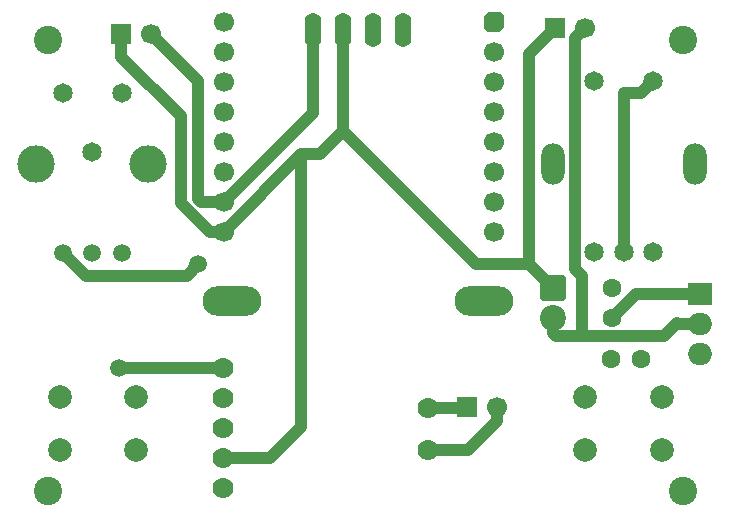
<source format=gbr>
%TF.GenerationSoftware,KiCad,Pcbnew,9.0.2*%
%TF.CreationDate,2025-05-20T12:48:23-07:00*%
%TF.ProjectId,40Hz_S2,3430487a-5f53-4322-9e6b-696361645f70,rev?*%
%TF.SameCoordinates,Original*%
%TF.FileFunction,Copper,L2,Bot*%
%TF.FilePolarity,Positive*%
%FSLAX46Y46*%
G04 Gerber Fmt 4.6, Leading zero omitted, Abs format (unit mm)*
G04 Created by KiCad (PCBNEW 9.0.2) date 2025-05-20 12:48:23*
%MOMM*%
%LPD*%
G01*
G04 APERTURE LIST*
G04 Aperture macros list*
%AMRoundRect*
0 Rectangle with rounded corners*
0 $1 Rounding radius*
0 $2 $3 $4 $5 $6 $7 $8 $9 X,Y pos of 4 corners*
0 Add a 4 corners polygon primitive as box body*
4,1,4,$2,$3,$4,$5,$6,$7,$8,$9,$2,$3,0*
0 Add four circle primitives for the rounded corners*
1,1,$1+$1,$2,$3*
1,1,$1+$1,$4,$5*
1,1,$1+$1,$6,$7*
1,1,$1+$1,$8,$9*
0 Add four rect primitives between the rounded corners*
20,1,$1+$1,$2,$3,$4,$5,0*
20,1,$1+$1,$4,$5,$6,$7,0*
20,1,$1+$1,$6,$7,$8,$9,0*
20,1,$1+$1,$8,$9,$2,$3,0*%
%AMFreePoly0*
4,1,19,-0.850000,0.255000,-0.829726,0.408997,-0.770285,0.552500,-0.675729,0.675729,-0.552500,0.770285,-0.408997,0.829726,-0.255000,0.850000,0.510000,0.850000,0.850000,0.510000,0.850000,-0.255000,0.829726,-0.408997,0.770285,-0.552500,0.675729,-0.675729,0.552500,-0.770285,0.408997,-0.829726,0.255000,-0.850000,-0.510000,-0.850000,-0.850000,-0.510000,-0.850000,0.255000,-0.850000,0.255000,
$1*%
G04 Aperture macros list end*
%TA.AperFunction,WasherPad*%
%ADD10RoundRect,1.250000X-1.250000X-0.000010X1.250000X-0.000010X1.250000X0.000010X-1.250000X0.000010X0*%
%TD*%
%TA.AperFunction,ComponentPad*%
%ADD11RoundRect,0.700000X-0.000010X-0.750000X0.000010X-0.750000X0.000010X0.750000X-0.000010X0.750000X0*%
%TD*%
%TA.AperFunction,ComponentPad*%
%ADD12C,2.000000*%
%TD*%
%TA.AperFunction,ComponentPad*%
%ADD13C,1.600000*%
%TD*%
%TA.AperFunction,ComponentPad*%
%ADD14C,1.778000*%
%TD*%
%TA.AperFunction,ComponentPad*%
%ADD15C,1.500000*%
%TD*%
%TA.AperFunction,ComponentPad*%
%ADD16C,3.164000*%
%TD*%
%TA.AperFunction,ComponentPad*%
%ADD17C,1.650000*%
%TD*%
%TA.AperFunction,ComponentPad*%
%ADD18RoundRect,1.000000X-0.000010X-0.750000X0.000010X-0.750000X0.000010X0.750000X-0.000010X0.750000X0*%
%TD*%
%TA.AperFunction,ComponentPad*%
%ADD19RoundRect,0.249999X-0.850001X0.850001X-0.850001X-0.850001X0.850001X-0.850001X0.850001X0.850001X0*%
%TD*%
%TA.AperFunction,ComponentPad*%
%ADD20C,2.200000*%
%TD*%
%TA.AperFunction,ComponentPad*%
%ADD21R,1.700000X1.700000*%
%TD*%
%TA.AperFunction,ComponentPad*%
%ADD22C,1.700000*%
%TD*%
%TA.AperFunction,ComponentPad*%
%ADD23FreePoly0,180.000000*%
%TD*%
%TA.AperFunction,ComponentPad*%
%ADD24R,2.000000X1.905000*%
%TD*%
%TA.AperFunction,ComponentPad*%
%ADD25O,2.000000X1.905000*%
%TD*%
%TA.AperFunction,ViaPad*%
%ADD26C,2.400000*%
%TD*%
%TA.AperFunction,ViaPad*%
%ADD27C,1.500000*%
%TD*%
%TA.AperFunction,Conductor*%
%ADD28C,1.000000*%
%TD*%
G04 APERTURE END LIST*
D10*
%TO.P,OLED_I2C1,*%
%TO.N,*%
X77800000Y-72600000D03*
X99200000Y-72600000D03*
D11*
%TO.P,OLED_I2C1,GND,GND*%
%TO.N,GND*%
X84690000Y-49670000D03*
%TO.P,OLED_I2C1,SCL,SCL*%
%TO.N,SCL*%
X89770000Y-49670000D03*
%TO.P,OLED_I2C1,SDA,SDA*%
%TO.N,SDA*%
X92310000Y-49670000D03*
%TO.P,OLED_I2C1,Vcc,Vcc*%
%TO.N,5V*%
X87230000Y-49670000D03*
%TD*%
D12*
%TO.P,start/stop1,1,1*%
%TO.N,Btn1*%
X107750000Y-80750000D03*
X114250000Y-80750000D03*
%TO.P,start/stop1,2,2*%
%TO.N,GND*%
X107750000Y-85250000D03*
X114250000Y-85250000D03*
%TD*%
D13*
%TO.P,R2,1*%
%TO.N,Net-(Q1-G)*%
X110000000Y-74045000D03*
%TO.P,R2,2*%
%TO.N,LED*%
X110000000Y-71505000D03*
%TD*%
D12*
%TO.P,other1,1,1*%
%TO.N,Btn3*%
X63250000Y-80750000D03*
X69750000Y-80750000D03*
%TO.P,other1,2,2*%
%TO.N,GND*%
X63250000Y-85250000D03*
X69750000Y-85250000D03*
%TD*%
D14*
%TO.P,Amp_1,1,A+*%
%TO.N,Net-(Amp_1-A+)*%
X77048000Y-78300000D03*
%TO.P,Amp_1,2,A-*%
%TO.N,GND*%
X77048000Y-80840000D03*
%TO.P,Amp_1,3,SD*%
%TO.N,SD*%
X77048000Y-83380000D03*
%TO.P,Amp_1,4,Vin*%
%TO.N,5V*%
X77048000Y-85920000D03*
%TO.P,Amp_1,5,GND*%
%TO.N,GND*%
X77048000Y-88460000D03*
%TO.P,Amp_1,6,SPK-*%
%TO.N,Net-(Amp_1-SPK-)*%
X94447000Y-81707000D03*
%TO.P,Amp_1,7,SPK+*%
%TO.N,Net-(Amp_1-SPK+)*%
X94447000Y-85207000D03*
%TD*%
D15*
%TO.P,VR1,1,1*%
%TO.N,GND*%
X63500000Y-68525000D03*
%TO.P,VR1,2,2*%
%TO.N,Net-(Amp_1-A+)*%
X66000000Y-68525000D03*
%TO.P,VR1,3,3*%
%TO.N,Net-(RV1-Pad2)*%
X68500000Y-68525000D03*
D16*
%TO.P,VR1,MH1*%
%TO.N,N/C*%
X61250000Y-61025000D03*
%TO.P,VR1,MH2*%
X70750000Y-61025000D03*
%TD*%
D13*
%TO.P,R3,1*%
%TO.N,Net-(Q1-G)*%
X109960000Y-77500000D03*
%TO.P,R3,2*%
%TO.N,GND*%
X112500000Y-77500000D03*
%TD*%
D17*
%TO.P,EN1,1,1*%
%TO.N,Btn2*%
X108500000Y-54000000D03*
%TO.P,EN1,2,2*%
%TO.N,GND*%
X113500000Y-54000000D03*
%TO.P,EN1,A1,A*%
%TO.N,Enc_A*%
X108500000Y-68500000D03*
%TO.P,EN1,B1,B*%
%TO.N,Enc_B*%
X113500000Y-68500000D03*
%TO.P,EN1,GND,GND*%
%TO.N,GND*%
X111000000Y-68500000D03*
D18*
%TO.P,EN1,MH1,MH1*%
%TO.N,unconnected-(EN1-PadMH1)*%
X105000000Y-61000000D03*
%TO.P,EN1,MH2,MH2*%
%TO.N,unconnected-(EN1-PadMH2)*%
X117000000Y-61000000D03*
%TD*%
D19*
%TO.P,D1,1,K*%
%TO.N,5V*%
X105000000Y-71500000D03*
D20*
%TO.P,D1,2,A*%
%TO.N,Net-(D1-A)*%
X105000000Y-74040000D03*
%TD*%
D17*
%TO.P,RV1,1,1*%
%TO.N,unconnected-(RV1-Pad1)*%
X63500000Y-55000000D03*
%TO.P,RV1,2,2*%
%TO.N,Net-(RV1-Pad2)*%
X66000000Y-60000000D03*
%TO.P,RV1,3,3*%
%TO.N,Audio*%
X68500000Y-55000000D03*
%TD*%
D21*
%TO.P,J2,1,Pin_1*%
%TO.N,Net-(Amp_1-SPK-)*%
X97699438Y-81620306D03*
D22*
%TO.P,J2,2,Pin_2*%
%TO.N,Net-(Amp_1-SPK+)*%
X100239438Y-81620306D03*
%TD*%
D23*
%TO.P,U1,1,EN*%
%TO.N,unconnected-(U1-EN-Pad1)*%
X100000000Y-49000000D03*
D22*
%TO.P,U1,2,IO3*%
%TO.N,SDA*%
X100000000Y-51540000D03*
%TO.P,U1,3,IO5*%
%TO.N,SCL*%
X100000000Y-54080000D03*
%TO.P,U1,4,IO7*%
%TO.N,Btn2*%
X100000000Y-56620000D03*
%TO.P,U1,5,IO9*%
%TO.N,Enc_B*%
X100000000Y-59160000D03*
%TO.P,U1,6,IO11*%
%TO.N,Enc_A*%
X100000000Y-61700000D03*
%TO.P,U1,7,IO12*%
%TO.N,LED*%
X100000000Y-64240000D03*
%TO.P,U1,8,3V3*%
%TO.N,unconnected-(U1-3V3-Pad8)*%
X100000000Y-66780000D03*
%TO.P,U1,9,VBUS*%
%TO.N,5V*%
X77140000Y-66780000D03*
%TO.P,U1,10,GND*%
%TO.N,GND*%
X77140000Y-64240000D03*
%TO.P,U1,11,IO16*%
%TO.N,Btn3*%
X77140000Y-61700000D03*
%TO.P,U1,12,IO18*%
%TO.N,Audio*%
X77140000Y-59160000D03*
%TO.P,U1,13,IO33*%
%TO.N,SD*%
X77140000Y-56620000D03*
%TO.P,U1,14,IO35*%
%TO.N,Btn1*%
X77140000Y-54080000D03*
%TO.P,U1,15,IO37*%
%TO.N,unconnected-(U1-IO37-Pad15)*%
X77140000Y-51540000D03*
%TO.P,U1,16,IO39*%
%TO.N,unconnected-(U1-IO39-Pad16)*%
X77140000Y-49000000D03*
%TD*%
D21*
%TO.P,J3,1,Pin_1*%
%TO.N,5V*%
X105225000Y-49500000D03*
D22*
%TO.P,J3,2,Pin_2*%
%TO.N,Net-(D1-A)*%
X107765000Y-49500000D03*
%TD*%
D24*
%TO.P,Q1,1,G*%
%TO.N,Net-(Q1-G)*%
X117500000Y-72000000D03*
D25*
%TO.P,Q1,2,D*%
%TO.N,Net-(D1-A)*%
X117500000Y-74540000D03*
%TO.P,Q1,3,S*%
%TO.N,GND*%
X117500000Y-77080000D03*
%TD*%
D21*
%TO.P,J1,1,Pin_1*%
%TO.N,5V*%
X68460000Y-50000000D03*
D22*
%TO.P,J1,2,Pin_2*%
%TO.N,GND*%
X71000000Y-50000000D03*
%TD*%
D26*
%TO.N,*%
X62250000Y-50500000D03*
X116000000Y-88750000D03*
X62250000Y-88750000D03*
X116000000Y-50500000D03*
D27*
%TO.N,GND*%
X75000000Y-69500000D03*
%TO.N,Net-(Amp_1-A+)*%
X68300000Y-78300000D03*
%TD*%
D28*
%TO.N,GND*%
X75000000Y-64000000D02*
X75240000Y-64240000D01*
X111000000Y-68500000D02*
X111000000Y-55000000D01*
X63500000Y-68525000D02*
X65475000Y-70500000D01*
X75240000Y-64240000D02*
X77140000Y-64240000D01*
X71000000Y-50000000D02*
X75000000Y-54000000D01*
X77140000Y-64240000D02*
X84690000Y-56690000D01*
X74000000Y-70500000D02*
X75000000Y-69500000D01*
X75000000Y-54000000D02*
X75000000Y-64000000D01*
X111000000Y-55000000D02*
X112500000Y-55000000D01*
X65475000Y-70500000D02*
X74000000Y-70500000D01*
X112500000Y-55000000D02*
X113500000Y-54000000D01*
X84690000Y-56690000D02*
X84690000Y-49670000D01*
%TO.N,Net-(Amp_1-SPK-)*%
X97612744Y-81707000D02*
X97699438Y-81620306D01*
X94447000Y-81707000D02*
X97612744Y-81707000D01*
%TO.N,Net-(Amp_1-SPK+)*%
X100239438Y-81620306D02*
X100239438Y-82822387D01*
X97854825Y-85207000D02*
X94447000Y-85207000D01*
X100239438Y-82822387D02*
X97854825Y-85207000D01*
%TO.N,Net-(Amp_1-A+)*%
X68300000Y-78300000D02*
X77048000Y-78300000D01*
%TO.N,5V*%
X83710000Y-83290000D02*
X83710000Y-60210000D01*
X75937919Y-66780000D02*
X73500000Y-64342081D01*
X77048000Y-85920000D02*
X81080000Y-85920000D01*
X73500000Y-64342081D02*
X73500000Y-57000000D01*
X77140000Y-66780000D02*
X75937919Y-66780000D01*
X83710000Y-60210000D02*
X77140000Y-66780000D01*
X85250000Y-60210000D02*
X87230000Y-58230000D01*
X103000000Y-51725000D02*
X105225000Y-49500000D01*
X87230000Y-56690000D02*
X87230000Y-58230000D01*
X68460000Y-51960000D02*
X68460000Y-50000000D01*
X83710000Y-60210000D02*
X85250000Y-60210000D01*
X81080000Y-85920000D02*
X83710000Y-83290000D01*
X103000000Y-69500000D02*
X103000000Y-51725000D01*
X103000000Y-69500000D02*
X105000000Y-71500000D01*
X73500000Y-57000000D02*
X68460000Y-51960000D01*
X87230000Y-56690000D02*
X87230000Y-49670000D01*
X98500000Y-69500000D02*
X103000000Y-69500000D01*
X87230000Y-58230000D02*
X98500000Y-69500000D01*
%TO.N,Net-(D1-A)*%
X107765000Y-49500000D02*
X106915000Y-50350000D01*
X105000000Y-75310000D02*
X105236000Y-75546000D01*
X107500000Y-75546000D02*
X114454000Y-75546000D01*
X115500000Y-74500000D02*
X115540000Y-74540000D01*
X105236000Y-75546000D02*
X107500000Y-75546000D01*
X115540000Y-74540000D02*
X117500000Y-74540000D01*
X105000000Y-75310000D02*
X105000000Y-74040000D01*
X106915000Y-50350000D02*
X106915000Y-69915000D01*
X114454000Y-75546000D02*
X115500000Y-74500000D01*
X106915000Y-69915000D02*
X107500000Y-70500000D01*
X107500000Y-70500000D02*
X107500000Y-75546000D01*
%TO.N,Net-(Q1-G)*%
X117500000Y-72000000D02*
X112045000Y-72000000D01*
X112045000Y-72000000D02*
X110000000Y-74045000D01*
%TD*%
M02*

</source>
